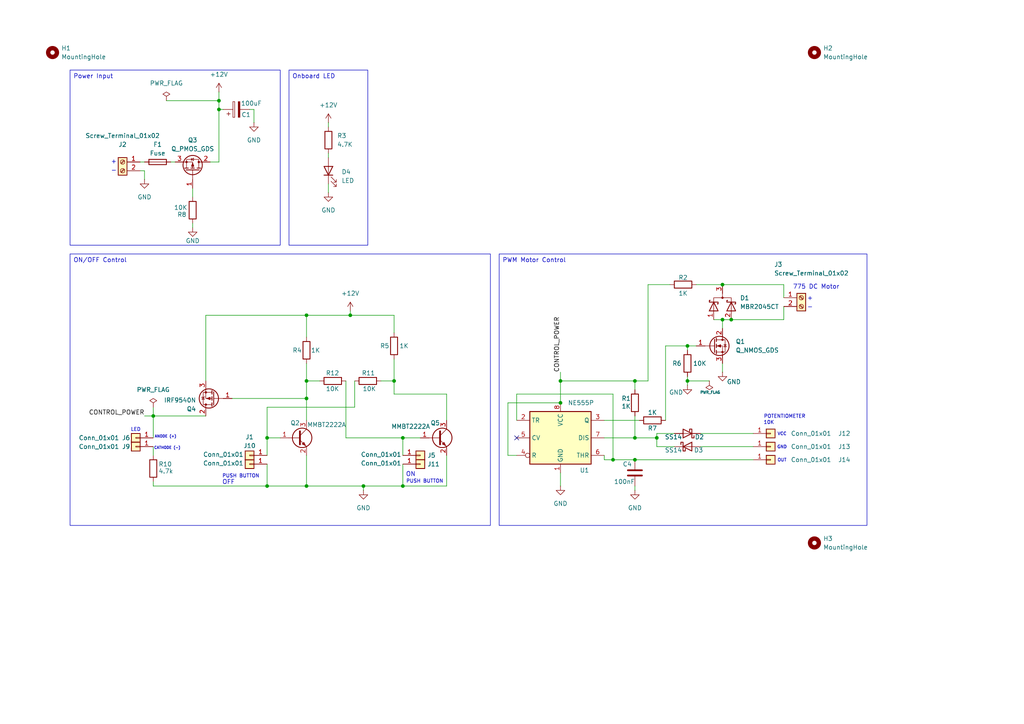
<source format=kicad_sch>
(kicad_sch (version 20250114) (generator "eeschema") (generator_version "9.0")
  (paper "A4")
  (lib_symbols
    (symbol "Connector:Screw_Terminal_01x02" (pin_names (offset 1.016) (hide yes))
      (property "Reference" "J" (at 0 2.54 0))
      (property "Value" "Screw_Terminal_01x02" (at 0 -5.08 0))
      (symbol "Screw_Terminal_01x02_1_1"
        (rectangle (start -1.27 1.27) (end 1.27 -3.81) (stroke (width 0.254)) (fill (type background)))
        (polyline (pts (xy -0.5334 0.3302) (xy 0.3302 -0.508)) (stroke (width 0.1524)))
        (polyline (pts (xy -0.5334 -2.2098) (xy 0.3302 -3.048)) (stroke (width 0.1524)))
        (polyline (pts (xy -0.3556 0.508) (xy 0.508 -0.3302)) (stroke (width 0.1524)))
        (polyline (pts (xy -0.3556 -2.032) (xy 0.508 -2.8702)) (stroke (width 0.1524)))
        (circle (center 0 0) (radius 0.635) (stroke (width 0.1524)))
        (circle (center 0 -2.54) (radius 0.635) (stroke (width 0.1524)))
        (pin passive line (at -5.08 0 0) (length 3.81) (name "Pin_1") (number "1"))
        (pin passive line (at -5.08 -2.54 0) (length 3.81) (name "Pin_2") (number "2"))
      )
    )
    (symbol "Connector_Generic:Conn_01x01" (pin_names (offset 1.016) (hide yes))
      (property "Reference" "J" (at 0 2.54 0))
      (property "Value" "Conn_01x01" (at 0 -2.54 0))
      (symbol "Conn_01x01_1_1"
        (rectangle (start -1.27 1.27) (end 1.27 -1.27) (stroke (width 0.254)) (fill (type background)))
        (rectangle (start -1.27 0.127) (end 0 -0.127) (stroke (width 0.1524)))
        (pin passive line (at -5.08 0 0) (length 3.81) (name "Pin_1") (number "1"))
      )
    )
    (symbol "Device:C" (pin_numbers (hide yes)) (pin_names (offset 0.254))
      (property "Reference" "C" (at 0.635 2.54 0))
      (property "Value" "C" (at 0.635 -2.54 0))
      (symbol "C_0_1"
        (polyline (pts (xy -2.032 0.762) (xy 2.032 0.762)) (stroke (width 0.508)))
        (polyline (pts (xy -2.032 -0.762) (xy 2.032 -0.762)) (stroke (width 0.508)))
      )
      (symbol "C_1_1"
        (pin passive line (at 0 3.81 270) (length 2.794) (name "~") (number "1"))
        (pin passive line (at 0 -3.81 90) (length 2.794) (name "~") (number "2"))
      )
    )
    (symbol "Device:C_Polarized" (pin_numbers (hide yes)) (pin_names (offset 0.254))
      (property "Reference" "C" (at 0.635 2.54 0))
      (property "Value" "C_Polarized" (at 0.635 -2.54 0))
      (symbol "C_Polarized_0_1"
        (rectangle (start -2.286 0.508) (end 2.286 1.016))
        (polyline (pts (xy -1.778 2.286) (xy -0.762 2.286)))
        (polyline (pts (xy -1.27 2.794) (xy -1.27 1.778)))
        (rectangle (start 2.286 -0.508) (end -2.286 -1.016) (fill (type outline)))
      )
      (symbol "C_Polarized_1_1"
        (pin passive line (at 0 3.81 270) (length 2.794) (name "~") (number "1"))
        (pin passive line (at 0 -3.81 90) (length 2.794) (name "~") (number "2"))
      )
    )
    (symbol "Device:D_Schottky_Dual_CommonCathode_AAK_Parallel" (pin_names (offset 0.762) (hide yes))
      (property "Reference" "D" (at 0 5.08 0))
      (property "Value" "D_Schottky_Dual_CommonCathode_AAK_Parallel" (at 0 -5.08 0))
      (symbol "D_Schottky_Dual_CommonCathode_AAK_Parallel_0_1"
        (polyline (pts (xy -2.54 3.81) (xy 0 2.54) (xy -2.54 1.27) (xy -2.54 3.81) (xy -2.54 3.81) (xy -2.54 3.81)) (stroke (width 0.254)))
        (polyline (pts (xy -2.54 -1.27) (xy 0 -2.54) (xy -2.54 -3.81) (xy -2.54 -1.27) (xy -2.54 -1.27) (xy -2.54 -1.27)) (stroke (width 0.254)))
        (polyline (pts (xy -2.54 -2.54) (xy 1.27 -2.54) (xy 1.27 2.54) (xy -2.54 2.54)))
        (polyline (pts (xy 0.508 3.556) (xy 0.508 3.81) (xy 0 3.81) (xy 0 1.27) (xy -0.508 1.27) (xy -0.508 1.524)) (stroke (width 0.254)))
        (polyline (pts (xy 0.508 -1.524) (xy 0.508 -1.27) (xy 0 -1.27) (xy 0 -3.81) (xy -0.508 -3.81) (xy -0.508 -3.556)) (stroke (width 0.254)))
        (polyline (pts (xy 1.27 0) (xy 2.54 0)))
        (circle (center 1.27 0) (radius 0.254) (fill (type outline)))
        (pin passive line (at -5.08 2.54 0) (length 2.54) (name "A") (number "1"))
        (pin passive line (at -5.08 -2.54 0) (length 2.54) (name "A") (number "2"))
        (pin passive line (at 5.08 0 180) (length 2.54) (name "K") (number "3"))
      )
    )
    (symbol "Device:Fuse" (pin_numbers (hide yes)) (pin_names (offset 0))
      (property "Reference" "F" (at 2.032 0 90))
      (property "Value" "Fuse" (at -1.905 0 90))
      (symbol "Fuse_0_1"
        (rectangle (start -0.762 -2.54) (end 0.762 2.54) (stroke (width 0.254)))
        (polyline (pts (xy 0 2.54) (xy 0 -2.54)))
      )
      (symbol "Fuse_1_1"
        (pin passive line (at 0 3.81 270) (length 1.27) (name "~") (number "1"))
        (pin passive line (at 0 -3.81 90) (length 1.27) (name "~") (number "2"))
      )
    )
    (symbol "Device:LED" (pin_numbers (hide yes)) (pin_names (offset 1.016) (hide yes))
      (property "Reference" "D" (at 0 2.54 0))
      (property "Value" "LED" (at 0 -2.54 0))
      (symbol "LED_0_1"
        (polyline (pts (xy -3.048 -0.762) (xy -4.572 -2.286) (xy -3.81 -2.286) (xy -4.572 -2.286) (xy -4.572 -1.524)))
        (polyline (pts (xy -1.778 -0.762) (xy -3.302 -2.286) (xy -2.54 -2.286) (xy -3.302 -2.286) (xy -3.302 -1.524)))
        (polyline (pts (xy -1.27 0) (xy 1.27 0)))
        (polyline (pts (xy -1.27 -1.27) (xy -1.27 1.27)) (stroke (width 0.254)))
        (polyline (pts (xy 1.27 -1.27) (xy 1.27 1.27) (xy -1.27 0) (xy 1.27 -1.27)) (stroke (width 0.254)))
      )
      (symbol "LED_1_1"
        (pin passive line (at -3.81 0 0) (length 2.54) (name "K") (number "1"))
        (pin passive line (at 3.81 0 180) (length 2.54) (name "A") (number "2"))
      )
    )
    (symbol "Device:R" (pin_numbers (hide yes)) (pin_names (offset 0))
      (property "Reference" "R" (at 2.032 0 90))
      (property "Value" "R" (at 0 0 90))
      (symbol "R_0_1"
        (rectangle (start -1.016 -2.54) (end 1.016 2.54) (stroke (width 0.254)))
      )
      (symbol "R_1_1"
        (pin passive line (at 0 3.81 270) (length 1.27) (name "~") (number "1"))
        (pin passive line (at 0 -3.81 90) (length 1.27) (name "~") (number "2"))
      )
    )
    (symbol "Diode:SS14" (pin_numbers (hide yes)) (pin_names (offset 1.016) (hide yes))
      (property "Reference" "D" (at 0 2.54 0))
      (property "Value" "SS14" (at 0 -2.54 0))
      (symbol "SS14_0_1"
        (polyline (pts (xy -1.905 0.635) (xy -1.905 1.27) (xy -1.27 1.27) (xy -1.27 -1.27) (xy -0.635 -1.27) (xy -0.635 -0.635)) (stroke (width 0.254)))
        (polyline (pts (xy 1.27 1.27) (xy 1.27 -1.27) (xy -1.27 0) (xy 1.27 1.27)) (stroke (width 0.254)))
        (polyline (pts (xy 1.27 0) (xy -1.27 0)))
      )
      (symbol "SS14_1_1"
        (pin passive line (at -3.81 0 0) (length 2.54) (name "K") (number "1"))
        (pin passive line (at 3.81 0 180) (length 2.54) (name "A") (number "2"))
      )
    )
    (symbol "Mechanical:MountingHole" (pin_names (offset 1.016)) (in_bom no)
      (property "Reference" "H" (at 0 5.08 0))
      (property "Value" "MountingHole" (at 0 3.175 0))
      (symbol "MountingHole_0_1"
        (circle (center 0 0) (radius 1.27) (stroke (width 1.27)))
      )
    )
    (symbol "Timer:NE555P"
      (property "Reference" "U" (at -10.16 8.89 0))
      (property "Value" "NE555P" (at 2.54 8.89 0))
      (symbol "NE555P_0_0"
        (pin power_in line (at 0 10.16 270) (length 2.54) (name "VCC") (number "8"))
        (pin power_in line (at 0 -10.16 90) (length 2.54) (name "GND") (number "1"))
      )
      (symbol "NE555P_0_1"
        (rectangle (start -8.89 -7.62) (end 8.89 7.62) (stroke (width 0.254)) (fill (type background)))
        (rectangle (start -8.89 -7.62) (end 8.89 7.62) (stroke (width 0.254)) (fill (type background)))
      )
      (symbol "NE555P_1_1"
        (pin input line (at -12.7 5.08 0) (length 3.81) (name "TR") (number "2"))
        (pin input line (at -12.7 0 0) (length 3.81) (name "CV") (number "5"))
        (pin input inverted (at -12.7 -5.08 0) (length 3.81) (name "R") (number "4"))
        (pin output line (at 12.7 5.08 180) (length 3.81) (name "Q") (number "3"))
        (pin input line (at 12.7 0 180) (length 3.81) (name "DIS") (number "7"))
        (pin input line (at 12.7 -5.08 180) (length 3.81) (name "THR") (number "6"))
      )
    )
    (symbol "Transistor_BJT:MMBT2222A" (pin_names (offset 0) (hide yes))
      (property "Reference" "Q" (at 5.08 1.905 0))
      (property "Value" "MMBT2222A" (at 5.08 0 0))
      (symbol "MMBT2222A_0_1"
        (polyline (pts (xy -2.54 0) (xy 0.635 0)))
        (polyline (pts (xy 0.635 1.905) (xy 0.635 -1.905)) (stroke (width 0.508)))
        (circle (center 1.27 0) (radius 2.8194) (stroke (width 0.254)))
      )
      (symbol "MMBT2222A_1_1"
        (polyline (pts (xy 0.635 0.635) (xy 2.54 2.54)))
        (polyline (pts (xy 0.635 -0.635) (xy 2.54 -2.54)))
        (polyline (pts (xy 1.27 -1.778) (xy 1.778 -1.27) (xy 2.286 -2.286) (xy 1.27 -1.778)) (fill (type outline)))
        (pin input line (at -5.08 0 0) (length 2.54) (name "B") (number "1"))
        (pin passive line (at 2.54 5.08 270) (length 2.54) (name "C") (number "3"))
        (pin passive line (at 2.54 -5.08 90) (length 2.54) (name "E") (number "2"))
      )
    )
    (symbol "Transistor_FET:IRF9540N" (pin_names (hide yes))
      (property "Reference" "Q" (at 5.08 1.905 0))
      (property "Value" "IRF9540N" (at 5.08 0 0))
      (symbol "IRF9540N_0_1"
        (polyline (pts (xy 0.254 1.905) (xy 0.254 -1.905)) (stroke (width 0.254)))
        (polyline (pts (xy 0.254 0) (xy -2.54 0)))
        (polyline (pts (xy 0.762 2.286) (xy 0.762 1.27)) (stroke (width 0.254)))
        (polyline (pts (xy 0.762 1.778) (xy 3.302 1.778) (xy 3.302 -1.778) (xy 0.762 -1.778)))
        (polyline (pts (xy 0.762 0.508) (xy 0.762 -0.508)) (stroke (width 0.254)))
        (polyline (pts (xy 0.762 -1.27) (xy 0.762 -2.286)) (stroke (width 0.254)))
        (circle (center 1.651 0) (radius 2.794) (stroke (width 0.254)))
        (polyline (pts (xy 2.286 0) (xy 1.27 0.381) (xy 1.27 -0.381) (xy 2.286 0)) (fill (type outline)))
        (polyline (pts (xy 2.54 2.54) (xy 2.54 1.778)))
        (circle (center 2.54 1.778) (radius 0.254) (fill (type outline)))
        (circle (center 2.54 -1.778) (radius 0.254) (fill (type outline)))
        (polyline (pts (xy 2.54 -2.54) (xy 2.54 0) (xy 0.762 0)))
        (polyline (pts (xy 2.794 -0.508) (xy 2.921 -0.381) (xy 3.683 -0.381) (xy 3.81 -0.254)))
        (polyline (pts (xy 3.302 -0.381) (xy 2.921 0.254) (xy 3.683 0.254) (xy 3.302 -0.381)))
      )
      (symbol "IRF9540N_1_1"
        (pin input line (at -5.08 0 0) (length 2.54) (name "G") (number "1"))
        (pin passive line (at 2.54 5.08 270) (length 2.54) (name "D") (number "2"))
        (pin passive line (at 2.54 -5.08 90) (length 2.54) (name "S") (number "3"))
      )
    )
    (symbol "Transistor_FET:Q_NMOS_GDS" (pin_names (offset 0) (hide yes))
      (property "Reference" "Q" (at 5.08 1.905 0))
      (property "Value" "Q_NMOS_GDS" (at 5.08 0 0))
      (symbol "Q_NMOS_GDS_0_1"
        (polyline (pts (xy 0.254 1.905) (xy 0.254 -1.905)) (stroke (width 0.254)))
        (polyline (pts (xy 0.254 0) (xy -2.54 0)))
        (polyline (pts (xy 0.762 2.286) (xy 0.762 1.27)) (stroke (width 0.254)))
        (polyline (pts (xy 0.762 0.508) (xy 0.762 -0.508)) (stroke (width 0.254)))
        (polyline (pts (xy 0.762 -1.27) (xy 0.762 -2.286)) (stroke (width 0.254)))
        (polyline (pts (xy 0.762 -1.778) (xy 3.302 -1.778) (xy 3.302 1.778) (xy 0.762 1.778)))
        (polyline (pts (xy 1.016 0) (xy 2.032 0.381) (xy 2.032 -0.381) (xy 1.016 0)) (fill (type outline)))
        (circle (center 1.651 0) (radius 2.794) (stroke (width 0.254)))
        (polyline (pts (xy 2.54 2.54) (xy 2.54 1.778)))
        (circle (center 2.54 1.778) (radius 0.254) (fill (type outline)))
        (circle (center 2.54 -1.778) (radius 0.254) (fill (type outline)))
        (polyline (pts (xy 2.54 -2.54) (xy 2.54 0) (xy 0.762 0)))
        (polyline (pts (xy 2.921 0.381) (xy 3.683 0.381)))
        (polyline (pts (xy 3.302 0.381) (xy 2.921 -0.254) (xy 3.683 -0.254) (xy 3.302 0.381)))
      )
      (symbol "Q_NMOS_GDS_1_1"
        (pin input line (at -5.08 0 0) (length 2.54) (name "G") (number "1"))
        (pin passive line (at 2.54 5.08 270) (length 2.54) (name "D") (number "2"))
        (pin passive line (at 2.54 -5.08 90) (length 2.54) (name "S") (number "3"))
      )
    )
    (symbol "Transistor_FET:Q_PMOS_GDS" (pin_names (offset 0) (hide yes))
      (property "Reference" "Q" (at 5.08 1.905 0))
      (property "Value" "Q_PMOS_GDS" (at 5.08 0 0))
      (symbol "Q_PMOS_GDS_0_1"
        (polyline (pts (xy 0.254 1.905) (xy 0.254 -1.905)) (stroke (width 0.254)))
        (polyline (pts (xy 0.254 0) (xy -2.54 0)))
        (polyline (pts (xy 0.762 2.286) (xy 0.762 1.27)) (stroke (width 0.254)))
        (polyline (pts (xy 0.762 1.778) (xy 3.302 1.778) (xy 3.302 -1.778) (xy 0.762 -1.778)))
        (polyline (pts (xy 0.762 0.508) (xy 0.762 -0.508)) (stroke (width 0.254)))
        (polyline (pts (xy 0.762 -1.27) (xy 0.762 -2.286)) (stroke (width 0.254)))
        (circle (center 1.651 0) (radius 2.794) (stroke (width 0.254)))
        (polyline (pts (xy 2.286 0) (xy 1.27 0.381) (xy 1.27 -0.381) (xy 2.286 0)) (fill (type outline)))
        (polyline (pts (xy 2.54 2.54) (xy 2.54 1.778)))
        (circle (center 2.54 1.778) (radius 0.254) (fill (type outline)))
        (circle (center 2.54 -1.778) (radius 0.254) (fill (type outline)))
        (polyline (pts (xy 2.54 -2.54) (xy 2.54 0) (xy 0.762 0)))
        (polyline (pts (xy 2.921 -0.381) (xy 3.683 -0.381)))
        (polyline (pts (xy 3.302 -0.381) (xy 2.921 0.254) (xy 3.683 0.254) (xy 3.302 -0.381)))
      )
      (symbol "Q_PMOS_GDS_1_1"
        (pin input line (at -5.08 0 0) (length 2.54) (name "G") (number "1"))
        (pin passive line (at 2.54 5.08 270) (length 2.54) (name "D") (number "2"))
        (pin passive line (at 2.54 -5.08 90) (length 2.54) (name "S") (number "3"))
      )
    )
    (symbol "power:+12V" (power) (pin_numbers (hide yes)) (pin_names (offset 0) (hide yes))
      (property "Value" "+12V" (at 0 3.556 0))
      (symbol "+12V_0_1"
        (polyline (pts (xy -0.762 1.27) (xy 0 2.54)))
        (polyline (pts (xy 0 2.54) (xy 0.762 1.27)))
        (polyline (pts (xy 0 0) (xy 0 2.54)))
      )
      (symbol "+12V_1_1"
        (pin power_in line (at 0 0 90) (length 0) (name "~") (number "1"))
      )
    )
    (symbol "power:GND" (power) (pin_numbers (hide yes)) (pin_names (offset 0) (hide yes))
      (property "Value" "GND" (at 0 -3.81 0))
      (symbol "GND_0_1"
        (polyline (pts (xy 0 0) (xy 0 -1.27) (xy 1.27 -1.27) (xy 0 -2.54) (xy -1.27 -1.27) (xy 0 -1.27)))
      )
      (symbol "GND_1_1"
        (pin power_in line (at 0 0 270) (length 0) (name "~") (number "1"))
      )
    )
    (symbol "power:PWR_FLAG" (power) (pin_numbers (hide yes)) (pin_names (offset 0) (hide yes))
      (property "Value" "PWR_FLAG" (at 0 3.81 0))
      (symbol "PWR_FLAG_0_0"
        (pin power_out line (at 0 0 90) (length 0) (name "~") (number "1"))
      )
      (symbol "PWR_FLAG_0_1"
        (polyline (pts (xy 0 0) (xy 0 1.27) (xy -1.016 1.905) (xy 0 2.54) (xy 1.016 1.905) (xy 0 1.27)))
      )
    )
  )
  (text "PUSH BUTTON" (at 123.19 139.7 0) (effects (font (size 1.016 1.016))))
  (text "LED" (at 39.37 124.714 0) (effects (font (size 1.016 1.016))))
  (text "775 DC Motor" (at 236.728 83.312 0) (effects (font (size 1.27 1.27))))
  (text "+" (at 33.02 46.99 0) (effects (font (size 1.27 1.27))))
  (text "VCC" (at 226.822 125.984 0) (effects (font (size 0.889 0.889))))
  (text "GND" (at 226.822 129.794 0) (effects (font (size 0.889 0.889))))
  (text "-" (at 234.95 89.154 0) (effects (font (size 1.27 1.27))))
  (text "PUSH BUTTON" (at 69.85 138.176 0) (effects (font (size 1.016 1.016))))
  (text "+" (at 234.95 86.614 0) (effects (font (size 1.27 1.27))))
  (text "ON" (at 119.126 137.668 0) (effects (font (size 1.27 1.27))))
  (text "OUT" (at 226.822 133.604 0) (effects (font (size 0.889 0.889))))
  (text "10K" (at 223.012 122.682 0) (effects (font (size 1.016 1.016))))
  (text "POTENTIOMETER" (at 227.584 120.904 0) (effects (font (size 1.016 1.016))))
  (text "ANODE (+)" (at 48.006 126.746 0) (effects (font (size 0.762 0.762))))
  (text "CATHODE (-)" (at 48.514 130.048 0) (effects (font (size 0.762 0.762))))
  (text "OFF" (at 66.294 139.954 0) (effects (font (size 1.27 1.27))))
  (text "-" (at 33.02 49.53 0) (effects (font (size 1.27 1.27))))
  (text_box "Onboard LED" (at 83.82 20.32 0) (size 22.86 50.8) (margins 0.9525 0.9525 0.9525 0.9525) (effects (font (size 1.27 1.27)) (justify left top)))
  (text_box "PWM Motor Control" (at 144.78 73.66 0) (size 106.68 78.74) (margins 0.9525 0.9525 0.9525 0.9525) (effects (font (size 1.27 1.27)) (justify left top)))
  (text_box "ON/OFF Control" (at 20.32 73.66 0) (size 121.92 78.74) (margins 0.9525 0.9525 0.9525 0.9525) (effects (font (size 1.27 1.27)) (justify left top)))
  (text_box "Power Input" (at 20.32 20.32 0) (size 60.96 50.8) (margins 0.9525 0.9525 0.9525 0.9525) (effects (font (size 1.27 1.27)) (justify left top)))
  (junction (at 77.47 127))
  (junction (at 162.56 110.49))
  (junction (at 212.09 92.71))
  (junction (at 199.39 100.33))
  (junction (at 63.5 31.75))
  (junction (at 199.39 110.49))
  (junction (at 88.9 115.57))
  (junction (at 162.56 116.84))
  (junction (at 88.9 91.44))
  (junction (at 116.84 140.97))
  (junction (at 114.3 110.49))
  (junction (at 209.55 92.71))
  (junction (at 184.15 133.35))
  (junction (at 177.8 133.35))
  (junction (at 116.84 127))
  (junction (at 209.55 82.55))
  (junction (at 63.5 29.21))
  (junction (at 184.15 110.49))
  (junction (at 101.6 91.44))
  (junction (at 77.47 140.97))
  (junction (at 44.45 120.65))
  (junction (at 190.5 127))
  (junction (at 184.15 127))
  (junction (at 88.9 110.49))
  (junction (at 88.9 140.97))
  (junction (at 105.41 140.97))
  (no_connect (at 149.86 127))
  (wire (pts (xy 190.5 125.73) (xy 195.58 125.73)))
  (wire (pts (xy 184.15 133.35) (xy 218.44 133.35)))
  (wire (pts (xy 201.93 100.33) (xy 199.39 100.33)))
  (wire (pts (xy 203.2 125.73) (xy 218.44 125.73)))
  (wire (pts (xy 40.64 49.53) (xy 41.91 49.53)))
  (wire (pts (xy 162.56 107.95) (xy 162.56 110.49)))
  (wire (pts (xy 184.15 140.97) (xy 184.15 142.24)))
  (wire (pts (xy 162.56 140.97) (xy 162.56 137.16)))
  (wire (pts (xy 199.39 110.49) (xy 205.74 110.49)))
  (wire (pts (xy 187.96 82.55) (xy 194.31 82.55)))
  (wire (pts (xy 100.33 127) (xy 116.84 127)))
  (wire (pts (xy 77.47 127) (xy 81.28 127)))
  (wire (pts (xy 41.91 120.65) (xy 44.45 120.65)))
  (wire (pts (xy 149.86 132.08) (xy 147.32 132.08)))
  (wire (pts (xy 193.04 100.33) (xy 193.04 121.92)))
  (wire (pts (xy 184.15 127) (xy 190.5 127)))
  (wire (pts (xy 105.41 142.24) (xy 105.41 140.97)))
  (wire (pts (xy 162.56 110.49) (xy 184.15 110.49)))
  (wire (pts (xy 55.88 54.61) (xy 55.88 57.15)))
  (wire (pts (xy 209.55 105.41) (xy 209.55 107.95)))
  (wire (pts (xy 209.55 92.71) (xy 209.55 95.25)))
  (wire (pts (xy 201.93 82.55) (xy 209.55 82.55)))
  (wire (pts (xy 64.77 31.75) (xy 63.5 31.75)))
  (wire (pts (xy 105.41 140.97) (xy 116.84 140.97)))
  (wire (pts (xy 77.47 118.11) (xy 77.47 127)))
  (wire (pts (xy 67.31 115.57) (xy 88.9 115.57)))
  (wire (pts (xy 60.96 46.99) (xy 63.5 46.99)))
  (wire (pts (xy 212.09 92.71) (xy 227.33 92.71)))
  (wire (pts (xy 199.39 110.49) (xy 199.39 109.22)))
  (wire (pts (xy 129.54 114.3) (xy 114.3 114.3)))
  (wire (pts (xy 88.9 115.57) (xy 88.9 121.92)))
  (wire (pts (xy 55.88 66.04) (xy 55.88 64.77)))
  (wire (pts (xy 40.64 46.99) (xy 41.91 46.99)))
  (wire (pts (xy 162.56 110.49) (xy 162.56 116.84)))
  (wire (pts (xy 88.9 140.97) (xy 105.41 140.97)))
  (wire (pts (xy 227.33 88.9) (xy 227.33 92.71)))
  (wire (pts (xy 184.15 120.65) (xy 184.15 127)))
  (wire (pts (xy 187.96 82.55) (xy 187.96 110.49)))
  (wire (pts (xy 88.9 110.49) (xy 92.71 110.49)))
  (wire (pts (xy 114.3 91.44) (xy 114.3 96.52)))
  (wire (pts (xy 207.01 92.71) (xy 209.55 92.71)))
  (wire (pts (xy 73.66 31.75) (xy 73.66 35.56)))
  (wire (pts (xy 88.9 105.41) (xy 88.9 110.49)))
  (wire (pts (xy 102.87 118.11) (xy 77.47 118.11)))
  (wire (pts (xy 116.84 134.62) (xy 116.84 140.97)))
  (wire (pts (xy 193.04 100.33) (xy 199.39 100.33)))
  (wire (pts (xy 44.45 118.11) (xy 44.45 120.65)))
  (wire (pts (xy 116.84 140.97) (xy 129.54 140.97)))
  (wire (pts (xy 63.5 31.75) (xy 63.5 46.99)))
  (wire (pts (xy 95.25 35.56) (xy 95.25 36.83)))
  (wire (pts (xy 190.5 129.54) (xy 195.58 129.54)))
  (wire (pts (xy 190.5 127) (xy 190.5 129.54)))
  (wire (pts (xy 129.54 121.92) (xy 129.54 114.3)))
  (wire (pts (xy 175.26 133.35) (xy 175.26 132.08)))
  (wire (pts (xy 227.33 82.55) (xy 227.33 86.36)))
  (wire (pts (xy 110.49 110.49) (xy 114.3 110.49)))
  (wire (pts (xy 63.5 29.21) (xy 63.5 31.75)))
  (wire (pts (xy 187.96 110.49) (xy 184.15 110.49)))
  (wire (pts (xy 114.3 114.3) (xy 114.3 110.49)))
  (wire (pts (xy 77.47 134.62) (xy 77.47 140.97)))
  (wire (pts (xy 184.15 110.49) (xy 184.15 113.03)))
  (wire (pts (xy 95.25 55.88) (xy 95.25 53.34)))
  (wire (pts (xy 199.39 111.76) (xy 199.39 110.49)))
  (wire (pts (xy 44.45 140.97) (xy 77.47 140.97)))
  (wire (pts (xy 95.25 45.72) (xy 95.25 44.45)))
  (wire (pts (xy 114.3 104.14) (xy 114.3 110.49)))
  (wire (pts (xy 149.86 114.3) (xy 149.86 121.92)))
  (wire (pts (xy 175.26 127) (xy 184.15 127)))
  (wire (pts (xy 88.9 110.49) (xy 88.9 115.57)))
  (wire (pts (xy 177.8 133.35) (xy 184.15 133.35)))
  (wire (pts (xy 175.26 133.35) (xy 177.8 133.35)))
  (wire (pts (xy 199.39 100.33) (xy 199.39 101.6)))
  (wire (pts (xy 88.9 91.44) (xy 101.6 91.44)))
  (wire (pts (xy 147.32 132.08) (xy 147.32 116.84)))
  (wire (pts (xy 177.8 133.35) (xy 177.8 114.3)))
  (wire (pts (xy 77.47 127) (xy 77.47 132.08)))
  (wire (pts (xy 59.69 91.44) (xy 88.9 91.44)))
  (wire (pts (xy 63.5 26.67) (xy 63.5 29.21)))
  (wire (pts (xy 73.66 31.75) (xy 72.39 31.75)))
  (wire (pts (xy 185.42 121.92) (xy 175.26 121.92)))
  (wire (pts (xy 203.2 129.54) (xy 218.44 129.54)))
  (wire (pts (xy 59.69 91.44) (xy 59.69 110.49)))
  (wire (pts (xy 177.8 114.3) (xy 149.86 114.3)))
  (wire (pts (xy 41.91 49.53) (xy 41.91 52.07)))
  (wire (pts (xy 116.84 127) (xy 116.84 132.08)))
  (wire (pts (xy 147.32 116.84) (xy 162.56 116.84)))
  (wire (pts (xy 44.45 120.65) (xy 59.69 120.65)))
  (wire (pts (xy 100.33 110.49) (xy 100.33 127)))
  (wire (pts (xy 77.47 140.97) (xy 88.9 140.97)))
  (wire (pts (xy 49.53 46.99) (xy 50.8 46.99)))
  (wire (pts (xy 102.87 110.49) (xy 102.87 118.11)))
  (wire (pts (xy 209.55 92.71) (xy 212.09 92.71)))
  (wire (pts (xy 101.6 91.44) (xy 114.3 91.44)))
  (wire (pts (xy 116.84 127) (xy 121.92 127)))
  (wire (pts (xy 88.9 91.44) (xy 88.9 97.79)))
  (wire (pts (xy 48.26 29.21) (xy 63.5 29.21)))
  (wire (pts (xy 44.45 140.97) (xy 44.45 139.7)))
  (wire (pts (xy 190.5 125.73) (xy 190.5 127)))
  (wire (pts (xy 129.54 132.08) (xy 129.54 140.97)))
  (wire (pts (xy 88.9 132.08) (xy 88.9 140.97)))
  (wire (pts (xy 101.6 90.17) (xy 101.6 91.44)))
  (wire (pts (xy 44.45 120.65) (xy 44.45 127)))
  (wire (pts (xy 44.45 129.54) (xy 44.45 132.08)))
  (wire (pts (xy 209.55 82.55) (xy 227.33 82.55)))
  (label "CONTROL_POWER" (at 41.91 120.65 180))
  (label "CONTROL_POWER" (at 162.56 107.95 90))
  (symbol (lib_id "Transistor_FET:Q_NMOS_GDS") (at 207.01 100.33 0) (unit 1)
    (property "Reference" "Q1" (at 213.36 99.0599 0) (effects (justify left)))
    (property "Value" "Q_NMOS_GDS" (at 213.36 101.5999 0) (effects (justify left)))
    (property "Footprint" "Package_TO_SOT_THT:TO-220-3_Vertical" (effects (hide yes)))
    (property "Description" "N-MOSFET transistor, gate/drain/source" (effects (hide yes)))
  )
  (symbol (lib_id "power:PWR_FLAG") (at 48.26 29.21 0) (unit 1)
    (property "Reference" "#FLG01" (effects (hide yes)))
    (property "Value" "PWR_FLAG" (at 48.26 24.13 0))
    (property "Description" "Special symbol for telling ERC where power comes from" (effects (hide yes)))
  )
  (symbol (lib_id "Device:R") (at 95.25 40.64 0) (unit 1)
    (property "Reference" "R3" (at 97.79 39.3699 0) (effects (justify left)))
    (property "Value" "4.7K" (at 97.79 41.9099 0) (effects (justify left)))
    (property "Footprint" "Resistor_SMD:R_0402_1005Metric_Pad0.72x0.64mm_HandSolder" (effects (hide yes)))
    (property "Description" "Resistor" (effects (hide yes)))
  )
  (symbol (lib_id "Connector_Generic:Conn_01x01") (at 72.39 134.62 180) (unit 1)
    (property "Reference" "J10" (at 72.39 129.286 0))
    (property "Value" "Conn_01x01" (at 64.77 134.366 0))
    (property "Footprint" "Connector_Wire:SolderWire-0.5sqmm_1x01_D0.9mm_OD2.1mm" (effects (hide yes)))
    (property "Description" "Generic connector, single row, 01x01, script generated (kicad-library-utils/schlib/autogen/connector/)" (effects (hide yes)))
  )
  (symbol (lib_id "Timer:NE555P") (at 162.56 127 0) (unit 1)
    (property "Reference" "U1" (at 168.148 136.398 0) (effects (justify left)))
    (property "Value" "NE555P" (at 164.7033 116.84 0) (effects (justify left)))
    (property "Footprint" "Package_DIP:DIP-8_W7.62mm" (effects (hide yes)))
    (property "Datasheet" "http://www.ti.com/lit/ds/symlink/ne555.pdf" (effects (hide yes)))
    (property "Description" "Precision Timers, 555 compatible,  PDIP-8" (effects (hide yes)))
  )
  (symbol (lib_id "Device:LED") (at 95.25 49.53 90) (unit 1)
    (property "Reference" "D4" (at 99.06 49.8474 90) (effects (justify right)))
    (property "Value" "LED" (at 99.06 52.3874 90) (effects (justify right)))
    (property "Footprint" "LED_SMD:LED_0805_2012Metric_Pad1.15x1.40mm_HandSolder" (effects (hide yes)))
    (property "Description" "Light emitting diode" (effects (hide yes)))
    (property "Sim.Pins" "1=K 2=A" (effects (hide yes)))
  )
  (symbol (lib_id "Device:C") (at 184.15 137.16 0) (unit 1)
    (property "Reference" "C4" (at 180.594 134.62 0) (effects (justify left)))
    (property "Value" "100nF" (at 178.054 139.7 0) (effects (justify left)))
    (property "Footprint" "Capacitor_SMD:C_0805_2012Metric_Pad1.18x1.45mm_HandSolder" (effects (hide yes)))
    (property "Description" "Unpolarized capacitor" (effects (hide yes)))
  )
  (symbol (lib_id "Device:R") (at 198.12 82.55 270) (unit 1)
    (property "Reference" "R2" (at 198.12 80.518 90))
    (property "Value" "1K" (at 198.12 85.09 90))
    (property "Footprint" "Resistor_SMD:R_0402_1005Metric_Pad0.72x0.64mm_HandSolder" (effects (hide yes)))
    (property "Description" "Resistor" (effects (hide yes)))
  )
  (symbol (lib_id "Device:Fuse") (at 45.72 46.99 90) (unit 1)
    (property "Reference" "F1" (at 45.72 41.91 90))
    (property "Value" "Fuse" (at 45.72 44.45 90))
    (property "Footprint" "Fuse:Fuse_1206_3216Metric_Pad1.42x1.75mm_HandSolder" (effects (hide yes)))
    (property "Description" "Fuse" (effects (hide yes)))
  )
  (symbol (lib_id "power:GND") (at 184.15 142.24 0) (unit 1)
    (property "Reference" "#PWR09" (effects (hide yes)))
    (property "Value" "GND" (at 184.15 147.32 0))
    (property "Description" "Power symbol creates a global label with name \"GND\" , ground" (effects (hide yes)))
  )
  (symbol (lib_id "Connector_Generic:Conn_01x01") (at 223.52 125.73 0) (unit 1)
    (property "Reference" "J12" (at 243.078 125.73 0) (effects (justify left)))
    (property "Value" "Conn_01x01" (at 229.362 125.73 0) (effects (justify left)))
    (property "Footprint" "Connector_Wire:SolderWire-0.5sqmm_1x01_D0.9mm_OD2.1mm" (effects (hide yes)))
    (property "Description" "Generic connector, single row, 01x01, script generated (kicad-library-utils/schlib/autogen/connector/)" (effects (hide yes)))
  )
  (symbol (lib_id "power:PWR_FLAG") (at 205.74 110.49 180) (unit 1)
    (property "Reference" "#FLG02" (effects (hide yes)))
    (property "Value" "PWR_FLAG" (at 205.994 113.792 0) (effects (font (size 0.762 0.762))))
    (property "Description" "Special symbol for telling ERC where power comes from" (effects (hide yes)))
  )
  (symbol (lib_id "Mechanical:MountingHole") (at 15.24 15.24 0) (unit 1) (in_bom no)
    (property "Reference" "H1" (at 17.78 13.9699 0) (effects (justify left)))
    (property "Value" "MountingHole" (at 17.78 16.5099 0) (effects (justify left)))
    (property "Footprint" "MountingHole:MountingHole_2.7mm_M2.5" (effects (hide yes)))
    (property "Description" "Mounting Hole without connection" (effects (hide yes)))
  )
  (symbol (lib_id "Device:R") (at 184.15 116.84 180) (unit 1)
    (property "Reference" "R1" (at 181.61 115.57 0))
    (property "Value" "1K" (at 181.61 117.856 0))
    (property "Footprint" "Resistor_SMD:R_0402_1005Metric_Pad0.72x0.64mm_HandSolder" (effects (hide yes)))
    (property "Description" "Resistor" (effects (hide yes)))
  )
  (symbol (lib_id "Connector_Generic:Conn_01x01") (at 121.92 132.08 0) (unit 1)
    (property "Reference" "J5" (at 123.952 132.08 0) (effects (justify left)))
    (property "Value" "Conn_01x01" (at 104.648 131.826 0) (effects (justify left)))
    (property "Footprint" "Connector_Wire:SolderWire-0.5sqmm_1x01_D0.9mm_OD2.1mm" (effects (hide yes)))
    (property "Description" "Generic connector, single row, 01x01, script generated (kicad-library-utils/schlib/autogen/connector/)" (effects (hide yes)))
  )
  (symbol (lib_id "Connector:Screw_Terminal_01x02") (at 35.56 46.99 0) (mirror y) (unit 1)
    (property "Reference" "J2" (at 35.56 41.91 0))
    (property "Value" "Screw_Terminal_01x02" (at 35.56 39.37 0))
    (property "Footprint" "TerminalBlock_Phoenix:TerminalBlock_Phoenix_MKDS-1,5-2-5.08_1x02_P5.08mm_Horizontal" (effects (hide yes)))
    (property "Description" "Generic screw terminal, single row, 01x02, script generated (kicad-library-utils/schlib/autogen/connector/)" (effects (hide yes)))
  )
  (symbol (lib_id "Connector_Generic:Conn_01x01") (at 121.92 134.62 0) (unit 1)
    (property "Reference" "J11" (at 123.952 134.62 0) (effects (justify left)))
    (property "Value" "Conn_01x01" (at 104.648 134.366 0) (effects (justify left)))
    (property "Footprint" "Connector_Wire:SolderWire-0.5sqmm_1x01_D0.9mm_OD2.1mm" (effects (hide yes)))
    (property "Description" "Generic connector, single row, 01x01, script generated (kicad-library-utils/schlib/autogen/connector/)" (effects (hide yes)))
  )
  (symbol (lib_id "Device:R") (at 189.23 121.92 90) (unit 1)
    (property "Reference" "R7" (at 189.23 124.206 90))
    (property "Value" "1K" (at 189.23 119.634 90))
    (property "Footprint" "Resistor_SMD:R_0402_1005Metric_Pad0.72x0.64mm_HandSolder" (effects (hide yes)))
    (property "Description" "Resistor" (effects (hide yes)))
  )
  (symbol (lib_id "power:PWR_FLAG") (at 44.45 118.11 0) (unit 1)
    (property "Reference" "#FLG03" (effects (hide yes)))
    (property "Value" "PWR_FLAG" (at 44.45 113.03 0))
    (property "Description" "Special symbol for telling ERC where power comes from" (effects (hide yes)))
  )
  (symbol (lib_id "Connector:Screw_Terminal_01x02") (at 232.41 86.36 0) (unit 1)
    (property "Reference" "J3" (at 224.536 76.708 0) (effects (justify left)))
    (property "Value" "Screw_Terminal_01x02" (at 224.536 79.248 0) (effects (justify left)))
    (property "Footprint" "TerminalBlock_Phoenix:TerminalBlock_Phoenix_MKDS-1,5-2-5.08_1x02_P5.08mm_Horizontal" (effects (hide yes)))
    (property "Description" "Generic screw terminal, single row, 01x02, script generated (kicad-library-utils/schlib/autogen/connector/)" (effects (hide yes)))
  )
  (symbol (lib_id "Diode:SS14") (at 199.39 125.73 180) (unit 1)
    (property "Reference" "D2" (at 204.216 126.746 0) (effects (justify left)))
    (property "Value" "SS14" (at 197.866 126.746 0) (effects (justify left)))
    (property "Footprint" "Diode_SMD:D_SMA_Handsoldering" (effects (hide yes)))
    (property "Datasheet" "https://www.vishay.com/docs/88746/ss12.pdf" (effects (hide yes)))
    (property "Description" "40V 1A Schottky Diode, SMA" (effects (hide yes)))
  )
  (symbol (lib_id "Connector_Generic:Conn_01x01") (at 223.52 133.35 0) (unit 1)
    (property "Reference" "J14" (at 243.078 133.35 0) (effects (justify left)))
    (property "Value" "Conn_01x01" (at 229.362 133.35 0) (effects (justify left)))
    (property "Footprint" "Connector_Wire:SolderWire-0.5sqmm_1x01_D0.9mm_OD2.1mm" (effects (hide yes)))
    (property "Description" "Generic connector, single row, 01x01, script generated (kicad-library-utils/schlib/autogen/connector/)" (effects (hide yes)))
  )
  (symbol (lib_id "Transistor_FET:Q_PMOS_GDS") (at 55.88 49.53 270) (mirror x) (unit 1)
    (property "Reference" "Q3" (at 55.88 40.64 90))
    (property "Value" "Q_PMOS_GDS" (at 55.88 43.18 90))
    (property "Footprint" "Package_TO_SOT_SMD:TO-252-2" (effects (hide yes)))
    (property "Description" "P-MOSFET transistor, gate/drain/source" (effects (hide yes)))
  )
  (symbol (lib_id "power:GND") (at 41.91 52.07 0) (unit 1)
    (property "Reference" "#PWR04" (effects (hide yes)))
    (property "Value" "GND" (at 41.91 57.15 0))
    (property "Description" "Power symbol creates a global label with name \"GND\" , ground" (effects (hide yes)))
  )
  (symbol (lib_id "Connector_Generic:Conn_01x01") (at 39.37 127 180) (unit 1)
    (property "Reference" "J6" (at 36.576 127 0))
    (property "Value" "Conn_01x01" (at 28.702 127 0))
    (property "Footprint" "Connector_Wire:SolderWire-0.5sqmm_1x01_D0.9mm_OD2.1mm" (effects (hide yes)))
    (property "Description" "Generic connector, single row, 01x01, script generated (kicad-library-utils/schlib/autogen/connector/)" (effects (hide yes)))
  )
  (symbol (lib_id "Diode:SS14") (at 199.39 129.54 0) (unit 1)
    (property "Reference" "D3" (at 203.962 130.556 0) (effects (justify right)))
    (property "Value" "SS14" (at 197.866 130.556 0) (effects (justify right)))
    (property "Footprint" "Diode_SMD:D_SMA_Handsoldering" (effects (hide yes)))
    (property "Datasheet" "https://www.vishay.com/docs/88746/ss12.pdf" (effects (hide yes)))
    (property "Description" "40V 1A Schottky Diode, SMA" (effects (hide yes)))
  )
  (symbol (lib_id "power:GND") (at 199.39 111.76 0) (unit 1)
    (property "Reference" "#PWR01" (effects (hide yes)))
    (property "Value" "GND" (at 196.088 113.792 0))
    (property "Description" "Power symbol creates a global label with name \"GND\" , ground" (effects (hide yes)))
  )
  (symbol (lib_id "Mechanical:MountingHole") (at 236.22 15.24 0) (unit 1) (in_bom no)
    (property "Reference" "H2" (at 238.76 13.9699 0) (effects (justify left)))
    (property "Value" "MountingHole" (at 238.76 16.5099 0) (effects (justify left)))
    (property "Footprint" "MountingHole:MountingHole_2.7mm_M2.5" (effects (hide yes)))
    (property "Description" "Mounting Hole without connection" (effects (hide yes)))
  )
  (symbol (lib_id "power:+12V") (at 101.6 90.17 0) (unit 1)
    (property "Reference" "#PWR012" (effects (hide yes)))
    (property "Value" "+12V" (at 101.6 85.09 0))
    (property "Description" "Power symbol creates a global label with name \"+12V\"" (effects (hide yes)))
  )
  (symbol (lib_id "power:GND") (at 105.41 142.24 0) (unit 1)
    (property "Reference" "#PWR013" (effects (hide yes)))
    (property "Value" "GND" (at 105.41 147.32 0))
    (property "Description" "Power symbol creates a global label with name \"GND\" , ground" (effects (hide yes)))
  )
  (symbol (lib_id "Device:R") (at 114.3 100.33 180) (unit 1)
    (property "Reference" "R5" (at 110.236 100.33 0) (effects (justify right)))
    (property "Value" "1K" (at 115.824 100.33 0) (effects (justify right)))
    (property "Footprint" "Resistor_SMD:R_0402_1005Metric_Pad0.72x0.64mm_HandSolder" (effects (hide yes)))
    (property "Description" "Resistor" (effects (hide yes)))
  )
  (symbol (lib_id "power:+12V") (at 95.25 35.56 0) (unit 1)
    (property "Reference" "#PWR07" (effects (hide yes)))
    (property "Value" "+12V" (at 95.25 30.48 0))
    (property "Description" "Power symbol creates a global label with name \"+12V\"" (effects (hide yes)))
  )
  (symbol (lib_id "Transistor_BJT:MMBT2222A") (at 127 127 0) (unit 1)
    (property "Reference" "Q5" (at 126.238 122.682 0))
    (property "Value" "MMBT2222A" (at 119.126 123.698 0))
    (property "Footprint" "Package_TO_SOT_SMD:SOT-23" (effects (hide yes)))
    (property "Datasheet" "https://assets.nexperia.com/documents/data-sheet/MMBT2222A.pdf" (effects (hide yes)))
    (property "Description" "600mA Ic, 40V Vce, NPN Transistor, SOT-23" (effects (hide yes)))
  )
  (symbol (lib_id "power:GND") (at 73.66 35.56 0) (unit 1)
    (property "Reference" "#PWR06" (effects (hide yes)))
    (property "Value" "GND" (at 73.66 40.64 0))
    (property "Description" "Power symbol creates a global label with name \"GND\" , ground" (effects (hide yes)))
  )
  (symbol (lib_id "Device:C_Polarized") (at 68.58 31.75 90) (unit 1)
    (property "Reference" "C1" (at 71.374 33.274 90))
    (property "Value" "100uF" (at 72.898 29.972 90))
    (property "Footprint" "Capacitor_THT:C_Radial_D6.3mm_H11.0mm_P2.50mm" (effects (hide yes)))
    (property "Description" "Polarized capacitor" (effects (hide yes)))
  )
  (symbol (lib_id "Device:R") (at 88.9 101.6 180) (unit 1)
    (property "Reference" "R4" (at 84.836 101.6 0) (effects (justify right)))
    (property "Value" "1K" (at 90.17 101.6 0) (effects (justify right)))
    (property "Footprint" "Resistor_SMD:R_0603_1608Metric_Pad0.98x0.95mm_HandSolder" (effects (hide yes)))
    (property "Description" "Resistor" (effects (hide yes)))
  )
  (symbol (lib_id "Mechanical:MountingHole") (at 236.22 157.48 0) (unit 1) (in_bom no)
    (property "Reference" "H3" (at 238.76 156.2099 0) (effects (justify left)))
    (property "Value" "MountingHole" (at 238.76 158.7499 0) (effects (justify left)))
    (property "Footprint" "MountingHole:MountingHole_2.7mm_M2.5" (effects (hide yes)))
    (property "Description" "Mounting Hole without connection" (effects (hide yes)))
  )
  (symbol (lib_id "Device:R") (at 55.88 60.96 180) (unit 1)
    (property "Reference" "R8" (at 54.102 62.23 0) (effects (justify left)))
    (property "Value" "10K" (at 54.356 60.198 0) (effects (justify left)))
    (property "Footprint" "Resistor_SMD:R_0402_1005Metric_Pad0.72x0.64mm_HandSolder" (effects (hide yes)))
    (property "Description" "Resistor" (effects (hide yes)))
  )
  (symbol (lib_id "Device:R") (at 106.68 110.49 90) (unit 1)
    (property "Reference" "R11" (at 104.902 108.204 90) (effects (justify right)))
    (property "Value" "10K" (at 105.156 112.776 90) (effects (justify right)))
    (property "Footprint" "Resistor_SMD:R_0402_1005Metric_Pad0.72x0.64mm_HandSolder" (effects (hide yes)))
    (property "Description" "Resistor" (effects (hide yes)))
  )
  (symbol (lib_id "Transistor_FET:IRF9540N") (at 62.23 115.57 180) (unit 1)
    (property "Reference" "Q4" (at 56.896 118.618 0) (effects (justify left)))
    (property "Value" "IRF9540N" (at 56.896 116.078 0) (effects (justify left)))
    (property "Footprint" "Package_TO_SOT_THT:TO-220-3_Vertical" (effects (hide yes)))
    (property "Datasheet" "http://www.irf.com/product-info/datasheets/data/irf9540n.pdf" (effects (hide yes)))
    (property "Description" "-23A Id, -100V Vds, 117mOhm Rds, P-Channel HEXFET Power MOSFET, TO-220" (effects (hide yes)))
  )
  (symbol (lib_id "Connector_Generic:Conn_01x01") (at 72.39 132.08 180) (unit 1)
    (property "Reference" "J1" (at 72.39 126.746 0))
    (property "Value" "Conn_01x01" (at 64.77 131.826 0))
    (property "Footprint" "Connector_Wire:SolderWire-0.5sqmm_1x01_D0.9mm_OD2.1mm" (effects (hide yes)))
    (property "Description" "Generic connector, single row, 01x01, script generated (kicad-library-utils/schlib/autogen/connector/)" (effects (hide yes)))
  )
  (symbol (lib_id "Connector_Generic:Conn_01x01") (at 39.37 129.54 180) (unit 1)
    (property "Reference" "J9" (at 36.576 129.54 0))
    (property "Value" "Conn_01x01" (at 28.702 129.54 0))
    (property "Footprint" "Connector_Wire:SolderWire-0.5sqmm_1x01_D0.9mm_OD2.1mm" (effects (hide yes)))
    (property "Description" "Generic connector, single row, 01x01, script generated (kicad-library-utils/schlib/autogen/connector/)" (effects (hide yes)))
  )
  (symbol (lib_id "power:GND") (at 162.56 140.97 0) (unit 1)
    (property "Reference" "#PWR011" (effects (hide yes)))
    (property "Value" "GND" (at 162.56 146.05 0))
    (property "Description" "Power symbol creates a global label with name \"GND\" , ground" (effects (hide yes)))
  )
  (symbol (lib_id "Device:R") (at 44.45 135.89 0) (mirror y) (unit 1)
    (property "Reference" "R10" (at 45.974 134.62 0) (effects (justify right)))
    (property "Value" "4.7k" (at 45.974 136.652 0) (effects (justify right)))
    (property "Footprint" "Resistor_SMD:R_0402_1005Metric_Pad0.72x0.64mm_HandSolder" (effects (hide yes)))
    (property "Description" "Resistor" (effects (hide yes)))
  )
  (symbol (lib_id "power:GND") (at 209.55 107.95 0) (unit 1)
    (property "Reference" "#PWR010" (effects (hide yes)))
    (property "Value" "GND" (at 212.852 110.744 0))
    (property "Description" "Power symbol creates a global label with name \"GND\" , ground" (effects (hide yes)))
  )
  (symbol (lib_id "power:GND") (at 95.25 55.88 0) (unit 1)
    (property "Reference" "#PWR08" (effects (hide yes)))
    (property "Value" "GND" (at 95.25 60.96 0))
    (property "Description" "Power symbol creates a global label with name \"GND\" , ground" (effects (hide yes)))
  )
  (symbol (lib_id "power:GND") (at 55.88 66.04 0) (unit 1)
    (property "Reference" "#PWR02" (effects (hide yes)))
    (property "Value" "GND" (at 55.88 69.85 0))
    (property "Description" "Power symbol creates a global label with name \"GND\" , ground" (effects (hide yes)))
  )
  (symbol (lib_id "power:+12V") (at 63.5 26.67 0) (unit 1)
    (property "Reference" "#PWR05" (effects (hide yes)))
    (property "Value" "+12V" (at 63.5 21.59 0))
    (property "Description" "Power symbol creates a global label with name \"+12V\"" (effects (hide yes)))
  )
  (symbol (lib_id "Device:D_Schottky_Dual_CommonCathode_AAK_Parallel") (at 209.55 87.63 90) (unit 1)
    (property "Reference" "D1" (at 214.63 86.4234 90) (effects (justify right)))
    (property "Value" "MBR2045CT" (at 214.63 88.9634 90) (effects (justify right)))
    (property "Footprint" "Package_TO_SOT_THT:TO-220-3_Vertical" (effects (hide yes)))
    (property "Description" "Dual Schottky diode, common cathode on pin 3" (effects (hide yes)))
  )
  (symbol (lib_id "Device:R") (at 96.52 110.49 90) (unit 1)
    (property "Reference" "R12" (at 94.488 108.204 90) (effects (justify right)))
    (property "Value" "10K" (at 94.488 112.776 90) (effects (justify right)))
    (property "Footprint" "Resistor_SMD:R_0603_1608Metric_Pad0.98x0.95mm_HandSolder" (effects (hide yes)))
    (property "Description" "Resistor" (effects (hide yes)))
  )
  (symbol (lib_id "Connector_Generic:Conn_01x01") (at 223.52 129.54 0) (unit 1)
    (property "Reference" "J13" (at 243.078 129.54 0) (effects (justify left)))
    (property "Value" "Conn_01x01" (at 229.362 129.54 0) (effects (justify left)))
    (property "Footprint" "Connector_Wire:SolderWire-0.5sqmm_1x01_D0.9mm_OD2.1mm" (effects (hide yes)))
    (property "Description" "Generic connector, single row, 01x01, script generated (kicad-library-utils/schlib/autogen/connector/)" (effects (hide yes)))
  )
  (symbol (lib_id "Transistor_BJT:MMBT2222A") (at 86.36 127 0) (unit 1)
    (property "Reference" "Q2" (at 85.598 122.682 0))
    (property "Value" "MMBT2222A" (at 94.742 123.19 0))
    (property "Footprint" "Package_TO_SOT_SMD:SOT-23" (effects (hide yes)))
    (property "Datasheet" "https://assets.nexperia.com/documents/data-sheet/MMBT2222A.pdf" (effects (hide yes)))
    (property "Description" "600mA Ic, 40V Vce, NPN Transistor, SOT-23" (effects (hide yes)))
  )
  (symbol (lib_id "Device:R") (at 199.39 105.41 0) (unit 1)
    (property "Reference" "R6" (at 196.342 105.41 0))
    (property "Value" "10K" (at 202.946 105.41 0))
    (property "Footprint" "Resistor_SMD:R_0402_1005Metric_Pad0.72x0.64mm_HandSolder" (effects (hide yes)))
    (property "Description" "Resistor" (effects (hide yes)))
  )
)
</source>
